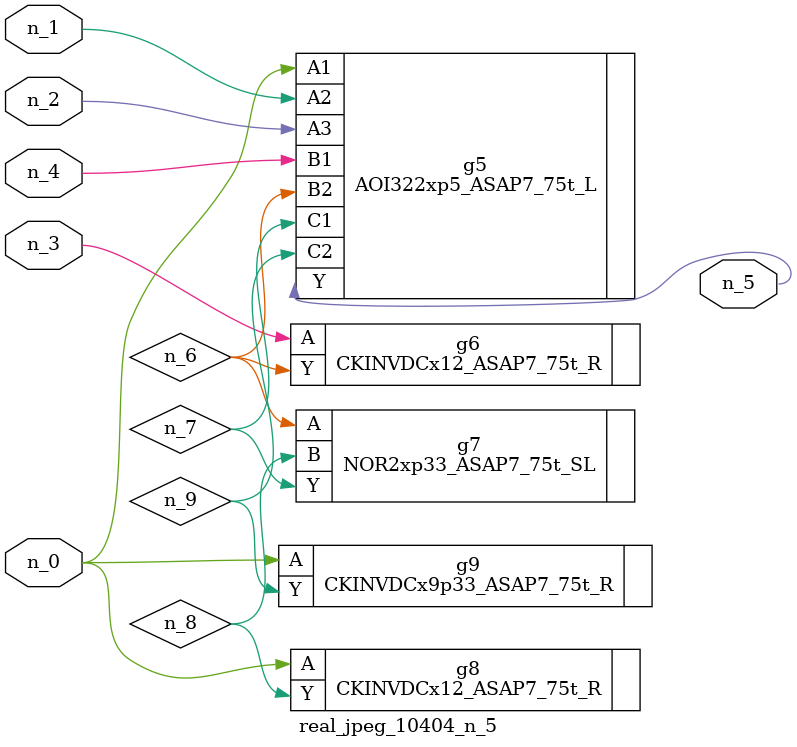
<source format=v>
module real_jpeg_10404_n_5 (n_4, n_0, n_1, n_2, n_3, n_5);

input n_4;
input n_0;
input n_1;
input n_2;
input n_3;

output n_5;

wire n_8;
wire n_6;
wire n_7;
wire n_9;

AOI322xp5_ASAP7_75t_L g5 ( 
.A1(n_0),
.A2(n_1),
.A3(n_2),
.B1(n_4),
.B2(n_6),
.C1(n_7),
.C2(n_9),
.Y(n_5)
);

CKINVDCx12_ASAP7_75t_R g8 ( 
.A(n_0),
.Y(n_8)
);

CKINVDCx9p33_ASAP7_75t_R g9 ( 
.A(n_0),
.Y(n_9)
);

CKINVDCx12_ASAP7_75t_R g6 ( 
.A(n_3),
.Y(n_6)
);

NOR2xp33_ASAP7_75t_SL g7 ( 
.A(n_6),
.B(n_8),
.Y(n_7)
);


endmodule
</source>
